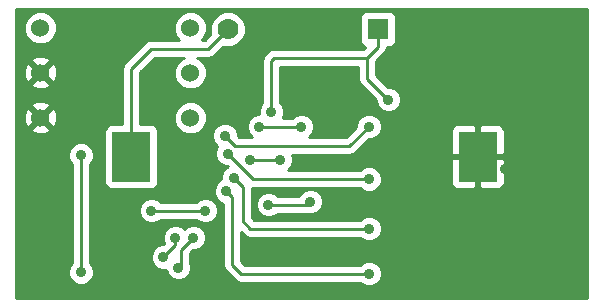
<source format=gbl>
G04 (created by PCBNEW (2013-07-07 BZR 4022)-stable) date 31/01/2014 7:15:20 p.m.*
%MOIN*%
G04 Gerber Fmt 3.4, Leading zero omitted, Abs format*
%FSLAX34Y34*%
G01*
G70*
G90*
G04 APERTURE LIST*
%ADD10C,0.00590551*%
%ADD11C,0.06*%
%ADD12C,0.07*%
%ADD13R,0.07X0.07*%
%ADD14R,0.129921X0.165354*%
%ADD15C,0.035*%
%ADD16C,0.01*%
G04 APERTURE END LIST*
G54D10*
G54D11*
X67900Y-47600D03*
X62900Y-47600D03*
X62900Y-46100D03*
X67900Y-46100D03*
X62900Y-49100D03*
X67900Y-49100D03*
G54D12*
X69150Y-46150D03*
G54D13*
X74150Y-46150D03*
G54D14*
X77467Y-50400D03*
X65932Y-50400D03*
G54D15*
X79700Y-46800D03*
X77400Y-46800D03*
X78400Y-49300D03*
X78400Y-50800D03*
X78400Y-53800D03*
X78400Y-52300D03*
X67800Y-50200D03*
X72300Y-52300D03*
X72200Y-50500D03*
X72600Y-49600D03*
X71750Y-53750D03*
X65750Y-52250D03*
X73850Y-54300D03*
X69100Y-51550D03*
X73850Y-52800D03*
X69350Y-51100D03*
X73850Y-51150D03*
X69150Y-50300D03*
X73850Y-49400D03*
X69050Y-49700D03*
X67400Y-53100D03*
X67000Y-53750D03*
X70200Y-49400D03*
X71600Y-49400D03*
X70500Y-52000D03*
X71900Y-51900D03*
X64250Y-50350D03*
X64250Y-54250D03*
X74500Y-48500D03*
X70600Y-48900D03*
X67500Y-54100D03*
X68000Y-53100D03*
X68400Y-52200D03*
X66600Y-52200D03*
X70900Y-50500D03*
X69900Y-50500D03*
G54D16*
X72300Y-50400D02*
X74700Y-50400D01*
X72200Y-50500D02*
X72300Y-50400D01*
X69600Y-54300D02*
X73850Y-54300D01*
X69300Y-54000D02*
X69600Y-54300D01*
X69300Y-51750D02*
X69300Y-54000D01*
X69100Y-51550D02*
X69300Y-51750D01*
X69900Y-52800D02*
X73850Y-52800D01*
X69650Y-52550D02*
X69900Y-52800D01*
X69650Y-51400D02*
X69650Y-52550D01*
X69350Y-51100D02*
X69650Y-51400D01*
X70000Y-51150D02*
X73850Y-51150D01*
X69150Y-50300D02*
X70000Y-51150D01*
X73200Y-50050D02*
X73850Y-49400D01*
X69400Y-50050D02*
X73200Y-50050D01*
X69050Y-49700D02*
X69400Y-50050D01*
X67400Y-53350D02*
X67400Y-53100D01*
X67000Y-53750D02*
X67400Y-53350D01*
X71600Y-49400D02*
X70200Y-49400D01*
X65932Y-50400D02*
X65932Y-47467D01*
X68500Y-46800D02*
X69150Y-46150D01*
X66600Y-46800D02*
X68500Y-46800D01*
X65932Y-47467D02*
X66600Y-46800D01*
X71800Y-52000D02*
X70500Y-52000D01*
X71900Y-51900D02*
X71800Y-52000D01*
X64250Y-54250D02*
X64250Y-50350D01*
X73800Y-47800D02*
X73800Y-47100D01*
X74500Y-48500D02*
X73800Y-47800D01*
X74150Y-46750D02*
X74150Y-46150D01*
X73800Y-47100D02*
X74150Y-46750D01*
X70700Y-47100D02*
X73800Y-47100D01*
X70600Y-47200D02*
X70700Y-47100D01*
X70600Y-48900D02*
X70600Y-47200D01*
X67600Y-54000D02*
X67500Y-54100D01*
X67600Y-53500D02*
X67600Y-54000D01*
X68000Y-53100D02*
X67600Y-53500D01*
X66600Y-52200D02*
X68400Y-52200D01*
X69900Y-50500D02*
X70900Y-50500D01*
G54D10*
G36*
X81120Y-55120D02*
X78367Y-55120D01*
X78367Y-51177D01*
X78367Y-49622D01*
X78367Y-49523D01*
X78329Y-49431D01*
X78258Y-49361D01*
X78166Y-49323D01*
X77580Y-49323D01*
X77517Y-49385D01*
X77517Y-50350D01*
X78304Y-50350D01*
X78367Y-50287D01*
X78367Y-49622D01*
X78367Y-51177D01*
X78367Y-50512D01*
X78304Y-50450D01*
X77517Y-50450D01*
X77517Y-51414D01*
X77580Y-51476D01*
X78166Y-51476D01*
X78258Y-51438D01*
X78329Y-51368D01*
X78367Y-51276D01*
X78367Y-51177D01*
X78367Y-55120D01*
X77417Y-55120D01*
X77417Y-51414D01*
X77417Y-50450D01*
X77417Y-50350D01*
X77417Y-49385D01*
X77355Y-49323D01*
X76768Y-49323D01*
X76676Y-49361D01*
X76606Y-49431D01*
X76568Y-49523D01*
X76568Y-49622D01*
X76568Y-50287D01*
X76630Y-50350D01*
X77417Y-50350D01*
X77417Y-50450D01*
X76630Y-50450D01*
X76568Y-50512D01*
X76568Y-51177D01*
X76568Y-51276D01*
X76606Y-51368D01*
X76676Y-51438D01*
X76768Y-51476D01*
X77355Y-51476D01*
X77417Y-51414D01*
X77417Y-55120D01*
X74925Y-55120D01*
X74925Y-48415D01*
X74860Y-48259D01*
X74741Y-48139D01*
X74584Y-48075D01*
X74499Y-48074D01*
X74100Y-47675D01*
X74100Y-47224D01*
X74362Y-46962D01*
X74362Y-46962D01*
X74427Y-46864D01*
X74449Y-46750D01*
X74449Y-46750D01*
X74549Y-46750D01*
X74641Y-46712D01*
X74711Y-46641D01*
X74749Y-46549D01*
X74750Y-46450D01*
X74750Y-45750D01*
X74712Y-45658D01*
X74641Y-45588D01*
X74549Y-45550D01*
X74450Y-45549D01*
X73750Y-45549D01*
X73658Y-45587D01*
X73588Y-45658D01*
X73550Y-45750D01*
X73549Y-45849D01*
X73549Y-46549D01*
X73587Y-46641D01*
X73658Y-46711D01*
X73732Y-46742D01*
X73675Y-46800D01*
X70700Y-46800D01*
X70585Y-46822D01*
X70487Y-46887D01*
X70387Y-46987D01*
X70322Y-47085D01*
X70300Y-47200D01*
X70300Y-48598D01*
X70239Y-48658D01*
X70175Y-48815D01*
X70174Y-48974D01*
X70115Y-48974D01*
X69959Y-49039D01*
X69839Y-49158D01*
X69775Y-49315D01*
X69774Y-49484D01*
X69839Y-49640D01*
X69948Y-49750D01*
X69750Y-49750D01*
X69750Y-46031D01*
X69658Y-45810D01*
X69490Y-45641D01*
X69269Y-45550D01*
X69031Y-45549D01*
X68810Y-45641D01*
X68641Y-45809D01*
X68550Y-46030D01*
X68549Y-46268D01*
X68566Y-46309D01*
X68375Y-46500D01*
X68277Y-46500D01*
X68365Y-46411D01*
X68449Y-46209D01*
X68450Y-45991D01*
X68366Y-45788D01*
X68211Y-45634D01*
X68009Y-45550D01*
X67791Y-45549D01*
X67588Y-45633D01*
X67434Y-45788D01*
X67350Y-45990D01*
X67349Y-46208D01*
X67433Y-46411D01*
X67522Y-46500D01*
X66600Y-46500D01*
X66485Y-46522D01*
X66387Y-46587D01*
X65720Y-47255D01*
X65655Y-47352D01*
X65632Y-47467D01*
X65632Y-49323D01*
X65233Y-49323D01*
X65141Y-49361D01*
X65070Y-49431D01*
X65032Y-49523D01*
X65032Y-49622D01*
X65032Y-51276D01*
X65070Y-51368D01*
X65140Y-51438D01*
X65232Y-51476D01*
X65332Y-51476D01*
X66631Y-51476D01*
X66723Y-51438D01*
X66793Y-51368D01*
X66831Y-51276D01*
X66831Y-51177D01*
X66831Y-49523D01*
X66793Y-49431D01*
X66723Y-49361D01*
X66631Y-49323D01*
X66532Y-49323D01*
X66232Y-49323D01*
X66232Y-47591D01*
X66724Y-47100D01*
X67669Y-47100D01*
X67588Y-47133D01*
X67434Y-47288D01*
X67350Y-47490D01*
X67349Y-47708D01*
X67433Y-47911D01*
X67588Y-48065D01*
X67790Y-48149D01*
X68008Y-48150D01*
X68211Y-48066D01*
X68365Y-47911D01*
X68449Y-47709D01*
X68450Y-47491D01*
X68366Y-47288D01*
X68211Y-47134D01*
X68130Y-47100D01*
X68500Y-47100D01*
X68500Y-47099D01*
X68614Y-47077D01*
X68614Y-47077D01*
X68712Y-47012D01*
X68990Y-46733D01*
X69030Y-46749D01*
X69268Y-46750D01*
X69489Y-46658D01*
X69658Y-46490D01*
X69749Y-46269D01*
X69750Y-46031D01*
X69750Y-49750D01*
X69524Y-49750D01*
X69474Y-49700D01*
X69475Y-49615D01*
X69410Y-49459D01*
X69291Y-49339D01*
X69134Y-49275D01*
X68965Y-49274D01*
X68809Y-49339D01*
X68689Y-49458D01*
X68625Y-49615D01*
X68624Y-49784D01*
X68689Y-49940D01*
X68798Y-50049D01*
X68789Y-50058D01*
X68725Y-50215D01*
X68724Y-50384D01*
X68789Y-50540D01*
X68908Y-50660D01*
X69065Y-50724D01*
X69144Y-50724D01*
X69109Y-50739D01*
X68989Y-50858D01*
X68925Y-51015D01*
X68924Y-51162D01*
X68859Y-51189D01*
X68739Y-51308D01*
X68675Y-51465D01*
X68674Y-51634D01*
X68739Y-51790D01*
X68858Y-51910D01*
X69000Y-51968D01*
X69000Y-54000D01*
X69022Y-54114D01*
X69087Y-54212D01*
X69387Y-54512D01*
X69387Y-54512D01*
X69485Y-54577D01*
X69599Y-54599D01*
X69600Y-54600D01*
X73548Y-54600D01*
X73608Y-54660D01*
X73765Y-54724D01*
X73934Y-54725D01*
X74090Y-54660D01*
X74210Y-54541D01*
X74274Y-54384D01*
X74275Y-54215D01*
X74210Y-54059D01*
X74091Y-53939D01*
X73934Y-53875D01*
X73765Y-53874D01*
X73609Y-53939D01*
X73548Y-54000D01*
X69724Y-54000D01*
X69600Y-53875D01*
X69600Y-52924D01*
X69687Y-53012D01*
X69687Y-53012D01*
X69785Y-53077D01*
X69900Y-53100D01*
X73548Y-53100D01*
X73608Y-53160D01*
X73765Y-53224D01*
X73934Y-53225D01*
X74090Y-53160D01*
X74210Y-53041D01*
X74274Y-52884D01*
X74275Y-52715D01*
X74210Y-52559D01*
X74091Y-52439D01*
X73934Y-52375D01*
X73765Y-52374D01*
X73609Y-52439D01*
X73548Y-52500D01*
X72325Y-52500D01*
X72325Y-51815D01*
X72260Y-51659D01*
X72141Y-51539D01*
X71984Y-51475D01*
X71815Y-51474D01*
X71659Y-51539D01*
X71539Y-51658D01*
X71522Y-51700D01*
X70801Y-51700D01*
X70741Y-51639D01*
X70584Y-51575D01*
X70415Y-51574D01*
X70259Y-51639D01*
X70139Y-51758D01*
X70075Y-51915D01*
X70074Y-52084D01*
X70139Y-52240D01*
X70258Y-52360D01*
X70415Y-52424D01*
X70584Y-52425D01*
X70740Y-52360D01*
X70801Y-52300D01*
X71755Y-52300D01*
X71815Y-52324D01*
X71984Y-52325D01*
X72140Y-52260D01*
X72260Y-52141D01*
X72324Y-51984D01*
X72325Y-51815D01*
X72325Y-52500D01*
X70024Y-52500D01*
X69950Y-52425D01*
X69950Y-51440D01*
X70000Y-51450D01*
X73548Y-51450D01*
X73608Y-51510D01*
X73765Y-51574D01*
X73934Y-51575D01*
X74090Y-51510D01*
X74210Y-51391D01*
X74274Y-51234D01*
X74275Y-51065D01*
X74210Y-50909D01*
X74091Y-50789D01*
X73934Y-50725D01*
X73765Y-50724D01*
X73609Y-50789D01*
X73548Y-50850D01*
X71150Y-50850D01*
X71260Y-50741D01*
X71324Y-50584D01*
X71325Y-50415D01*
X71297Y-50350D01*
X73200Y-50350D01*
X73200Y-50349D01*
X73314Y-50327D01*
X73314Y-50327D01*
X73412Y-50262D01*
X73849Y-49824D01*
X73934Y-49825D01*
X74090Y-49760D01*
X74210Y-49641D01*
X74274Y-49484D01*
X74275Y-49315D01*
X74210Y-49159D01*
X74091Y-49039D01*
X73934Y-48975D01*
X73765Y-48974D01*
X73609Y-49039D01*
X73489Y-49158D01*
X73425Y-49315D01*
X73424Y-49400D01*
X73075Y-49750D01*
X71850Y-49750D01*
X71960Y-49641D01*
X72024Y-49484D01*
X72025Y-49315D01*
X71960Y-49159D01*
X71841Y-49039D01*
X71684Y-48975D01*
X71515Y-48974D01*
X71359Y-49039D01*
X71298Y-49100D01*
X70977Y-49100D01*
X71024Y-48984D01*
X71025Y-48815D01*
X70960Y-48659D01*
X70900Y-48598D01*
X70900Y-47400D01*
X73500Y-47400D01*
X73500Y-47800D01*
X73522Y-47914D01*
X73587Y-48012D01*
X74075Y-48499D01*
X74074Y-48584D01*
X74139Y-48740D01*
X74258Y-48860D01*
X74415Y-48924D01*
X74584Y-48925D01*
X74740Y-48860D01*
X74860Y-48741D01*
X74924Y-48584D01*
X74925Y-48415D01*
X74925Y-55120D01*
X68825Y-55120D01*
X68825Y-52115D01*
X68760Y-51959D01*
X68641Y-51839D01*
X68484Y-51775D01*
X68450Y-51775D01*
X68450Y-48991D01*
X68366Y-48788D01*
X68211Y-48634D01*
X68009Y-48550D01*
X67791Y-48549D01*
X67588Y-48633D01*
X67434Y-48788D01*
X67350Y-48990D01*
X67349Y-49208D01*
X67433Y-49411D01*
X67588Y-49565D01*
X67790Y-49649D01*
X68008Y-49650D01*
X68211Y-49566D01*
X68365Y-49411D01*
X68449Y-49209D01*
X68450Y-48991D01*
X68450Y-51775D01*
X68315Y-51774D01*
X68159Y-51839D01*
X68098Y-51900D01*
X66901Y-51900D01*
X66841Y-51839D01*
X66684Y-51775D01*
X66515Y-51774D01*
X66359Y-51839D01*
X66239Y-51958D01*
X66175Y-52115D01*
X66174Y-52284D01*
X66239Y-52440D01*
X66358Y-52560D01*
X66515Y-52624D01*
X66684Y-52625D01*
X66840Y-52560D01*
X66901Y-52500D01*
X68098Y-52500D01*
X68158Y-52560D01*
X68315Y-52624D01*
X68484Y-52625D01*
X68640Y-52560D01*
X68760Y-52441D01*
X68824Y-52284D01*
X68825Y-52115D01*
X68825Y-55120D01*
X68425Y-55120D01*
X68425Y-53015D01*
X68360Y-52859D01*
X68241Y-52739D01*
X68084Y-52675D01*
X67915Y-52674D01*
X67759Y-52739D01*
X67700Y-52798D01*
X67641Y-52739D01*
X67484Y-52675D01*
X67315Y-52674D01*
X67159Y-52739D01*
X67039Y-52858D01*
X66975Y-53015D01*
X66974Y-53184D01*
X67023Y-53302D01*
X67000Y-53325D01*
X66915Y-53324D01*
X66759Y-53389D01*
X66639Y-53508D01*
X66575Y-53665D01*
X66574Y-53834D01*
X66639Y-53990D01*
X66758Y-54110D01*
X66915Y-54174D01*
X67074Y-54175D01*
X67074Y-54184D01*
X67139Y-54340D01*
X67258Y-54460D01*
X67415Y-54524D01*
X67584Y-54525D01*
X67740Y-54460D01*
X67860Y-54341D01*
X67924Y-54184D01*
X67925Y-54015D01*
X67900Y-53955D01*
X67900Y-53624D01*
X67999Y-53524D01*
X68084Y-53525D01*
X68240Y-53460D01*
X68360Y-53341D01*
X68424Y-53184D01*
X68425Y-53015D01*
X68425Y-55120D01*
X64675Y-55120D01*
X64675Y-54165D01*
X64610Y-54009D01*
X64550Y-53948D01*
X64550Y-50651D01*
X64610Y-50591D01*
X64674Y-50434D01*
X64675Y-50265D01*
X64610Y-50109D01*
X64491Y-49989D01*
X64334Y-49925D01*
X64165Y-49924D01*
X64009Y-49989D01*
X63889Y-50108D01*
X63825Y-50265D01*
X63824Y-50434D01*
X63889Y-50590D01*
X63950Y-50651D01*
X63950Y-53948D01*
X63889Y-54008D01*
X63825Y-54165D01*
X63824Y-54334D01*
X63889Y-54490D01*
X64008Y-54610D01*
X64165Y-54674D01*
X64334Y-54675D01*
X64490Y-54610D01*
X64610Y-54491D01*
X64674Y-54334D01*
X64675Y-54165D01*
X64675Y-55120D01*
X63454Y-55120D01*
X63454Y-49181D01*
X63454Y-47681D01*
X63450Y-47588D01*
X63450Y-45991D01*
X63366Y-45788D01*
X63211Y-45634D01*
X63009Y-45550D01*
X62791Y-45549D01*
X62588Y-45633D01*
X62434Y-45788D01*
X62350Y-45990D01*
X62349Y-46208D01*
X62433Y-46411D01*
X62588Y-46565D01*
X62790Y-46649D01*
X63008Y-46650D01*
X63211Y-46566D01*
X63365Y-46411D01*
X63449Y-46209D01*
X63450Y-45991D01*
X63450Y-47588D01*
X63443Y-47463D01*
X63381Y-47312D01*
X63285Y-47284D01*
X63215Y-47355D01*
X63215Y-47214D01*
X63187Y-47118D01*
X62981Y-47045D01*
X62763Y-47056D01*
X62612Y-47118D01*
X62584Y-47214D01*
X62900Y-47529D01*
X63215Y-47214D01*
X63215Y-47355D01*
X62970Y-47600D01*
X63285Y-47915D01*
X63381Y-47887D01*
X63454Y-47681D01*
X63454Y-49181D01*
X63443Y-48963D01*
X63381Y-48812D01*
X63285Y-48784D01*
X63215Y-48855D01*
X63215Y-48714D01*
X63215Y-47985D01*
X62900Y-47670D01*
X62829Y-47741D01*
X62829Y-47600D01*
X62514Y-47284D01*
X62418Y-47312D01*
X62345Y-47518D01*
X62356Y-47736D01*
X62418Y-47887D01*
X62514Y-47915D01*
X62829Y-47600D01*
X62829Y-47741D01*
X62584Y-47985D01*
X62612Y-48081D01*
X62818Y-48154D01*
X63036Y-48143D01*
X63187Y-48081D01*
X63215Y-47985D01*
X63215Y-48714D01*
X63187Y-48618D01*
X62981Y-48545D01*
X62763Y-48556D01*
X62612Y-48618D01*
X62584Y-48714D01*
X62900Y-49029D01*
X63215Y-48714D01*
X63215Y-48855D01*
X62970Y-49100D01*
X63285Y-49415D01*
X63381Y-49387D01*
X63454Y-49181D01*
X63454Y-55120D01*
X63215Y-55120D01*
X63215Y-49485D01*
X62900Y-49170D01*
X62829Y-49241D01*
X62829Y-49100D01*
X62514Y-48784D01*
X62418Y-48812D01*
X62345Y-49018D01*
X62356Y-49236D01*
X62418Y-49387D01*
X62514Y-49415D01*
X62829Y-49100D01*
X62829Y-49241D01*
X62584Y-49485D01*
X62612Y-49581D01*
X62818Y-49654D01*
X63036Y-49643D01*
X63187Y-49581D01*
X63215Y-49485D01*
X63215Y-55120D01*
X62079Y-55120D01*
X62079Y-45479D01*
X81120Y-45479D01*
X81120Y-55120D01*
X81120Y-55120D01*
G37*
G54D16*
X81120Y-55120D02*
X78367Y-55120D01*
X78367Y-51177D01*
X78367Y-49622D01*
X78367Y-49523D01*
X78329Y-49431D01*
X78258Y-49361D01*
X78166Y-49323D01*
X77580Y-49323D01*
X77517Y-49385D01*
X77517Y-50350D01*
X78304Y-50350D01*
X78367Y-50287D01*
X78367Y-49622D01*
X78367Y-51177D01*
X78367Y-50512D01*
X78304Y-50450D01*
X77517Y-50450D01*
X77517Y-51414D01*
X77580Y-51476D01*
X78166Y-51476D01*
X78258Y-51438D01*
X78329Y-51368D01*
X78367Y-51276D01*
X78367Y-51177D01*
X78367Y-55120D01*
X77417Y-55120D01*
X77417Y-51414D01*
X77417Y-50450D01*
X77417Y-50350D01*
X77417Y-49385D01*
X77355Y-49323D01*
X76768Y-49323D01*
X76676Y-49361D01*
X76606Y-49431D01*
X76568Y-49523D01*
X76568Y-49622D01*
X76568Y-50287D01*
X76630Y-50350D01*
X77417Y-50350D01*
X77417Y-50450D01*
X76630Y-50450D01*
X76568Y-50512D01*
X76568Y-51177D01*
X76568Y-51276D01*
X76606Y-51368D01*
X76676Y-51438D01*
X76768Y-51476D01*
X77355Y-51476D01*
X77417Y-51414D01*
X77417Y-55120D01*
X74925Y-55120D01*
X74925Y-48415D01*
X74860Y-48259D01*
X74741Y-48139D01*
X74584Y-48075D01*
X74499Y-48074D01*
X74100Y-47675D01*
X74100Y-47224D01*
X74362Y-46962D01*
X74362Y-46962D01*
X74427Y-46864D01*
X74449Y-46750D01*
X74449Y-46750D01*
X74549Y-46750D01*
X74641Y-46712D01*
X74711Y-46641D01*
X74749Y-46549D01*
X74750Y-46450D01*
X74750Y-45750D01*
X74712Y-45658D01*
X74641Y-45588D01*
X74549Y-45550D01*
X74450Y-45549D01*
X73750Y-45549D01*
X73658Y-45587D01*
X73588Y-45658D01*
X73550Y-45750D01*
X73549Y-45849D01*
X73549Y-46549D01*
X73587Y-46641D01*
X73658Y-46711D01*
X73732Y-46742D01*
X73675Y-46800D01*
X70700Y-46800D01*
X70585Y-46822D01*
X70487Y-46887D01*
X70387Y-46987D01*
X70322Y-47085D01*
X70300Y-47200D01*
X70300Y-48598D01*
X70239Y-48658D01*
X70175Y-48815D01*
X70174Y-48974D01*
X70115Y-48974D01*
X69959Y-49039D01*
X69839Y-49158D01*
X69775Y-49315D01*
X69774Y-49484D01*
X69839Y-49640D01*
X69948Y-49750D01*
X69750Y-49750D01*
X69750Y-46031D01*
X69658Y-45810D01*
X69490Y-45641D01*
X69269Y-45550D01*
X69031Y-45549D01*
X68810Y-45641D01*
X68641Y-45809D01*
X68550Y-46030D01*
X68549Y-46268D01*
X68566Y-46309D01*
X68375Y-46500D01*
X68277Y-46500D01*
X68365Y-46411D01*
X68449Y-46209D01*
X68450Y-45991D01*
X68366Y-45788D01*
X68211Y-45634D01*
X68009Y-45550D01*
X67791Y-45549D01*
X67588Y-45633D01*
X67434Y-45788D01*
X67350Y-45990D01*
X67349Y-46208D01*
X67433Y-46411D01*
X67522Y-46500D01*
X66600Y-46500D01*
X66485Y-46522D01*
X66387Y-46587D01*
X65720Y-47255D01*
X65655Y-47352D01*
X65632Y-47467D01*
X65632Y-49323D01*
X65233Y-49323D01*
X65141Y-49361D01*
X65070Y-49431D01*
X65032Y-49523D01*
X65032Y-49622D01*
X65032Y-51276D01*
X65070Y-51368D01*
X65140Y-51438D01*
X65232Y-51476D01*
X65332Y-51476D01*
X66631Y-51476D01*
X66723Y-51438D01*
X66793Y-51368D01*
X66831Y-51276D01*
X66831Y-51177D01*
X66831Y-49523D01*
X66793Y-49431D01*
X66723Y-49361D01*
X66631Y-49323D01*
X66532Y-49323D01*
X66232Y-49323D01*
X66232Y-47591D01*
X66724Y-47100D01*
X67669Y-47100D01*
X67588Y-47133D01*
X67434Y-47288D01*
X67350Y-47490D01*
X67349Y-47708D01*
X67433Y-47911D01*
X67588Y-48065D01*
X67790Y-48149D01*
X68008Y-48150D01*
X68211Y-48066D01*
X68365Y-47911D01*
X68449Y-47709D01*
X68450Y-47491D01*
X68366Y-47288D01*
X68211Y-47134D01*
X68130Y-47100D01*
X68500Y-47100D01*
X68500Y-47099D01*
X68614Y-47077D01*
X68614Y-47077D01*
X68712Y-47012D01*
X68990Y-46733D01*
X69030Y-46749D01*
X69268Y-46750D01*
X69489Y-46658D01*
X69658Y-46490D01*
X69749Y-46269D01*
X69750Y-46031D01*
X69750Y-49750D01*
X69524Y-49750D01*
X69474Y-49700D01*
X69475Y-49615D01*
X69410Y-49459D01*
X69291Y-49339D01*
X69134Y-49275D01*
X68965Y-49274D01*
X68809Y-49339D01*
X68689Y-49458D01*
X68625Y-49615D01*
X68624Y-49784D01*
X68689Y-49940D01*
X68798Y-50049D01*
X68789Y-50058D01*
X68725Y-50215D01*
X68724Y-50384D01*
X68789Y-50540D01*
X68908Y-50660D01*
X69065Y-50724D01*
X69144Y-50724D01*
X69109Y-50739D01*
X68989Y-50858D01*
X68925Y-51015D01*
X68924Y-51162D01*
X68859Y-51189D01*
X68739Y-51308D01*
X68675Y-51465D01*
X68674Y-51634D01*
X68739Y-51790D01*
X68858Y-51910D01*
X69000Y-51968D01*
X69000Y-54000D01*
X69022Y-54114D01*
X69087Y-54212D01*
X69387Y-54512D01*
X69387Y-54512D01*
X69485Y-54577D01*
X69599Y-54599D01*
X69600Y-54600D01*
X73548Y-54600D01*
X73608Y-54660D01*
X73765Y-54724D01*
X73934Y-54725D01*
X74090Y-54660D01*
X74210Y-54541D01*
X74274Y-54384D01*
X74275Y-54215D01*
X74210Y-54059D01*
X74091Y-53939D01*
X73934Y-53875D01*
X73765Y-53874D01*
X73609Y-53939D01*
X73548Y-54000D01*
X69724Y-54000D01*
X69600Y-53875D01*
X69600Y-52924D01*
X69687Y-53012D01*
X69687Y-53012D01*
X69785Y-53077D01*
X69900Y-53100D01*
X73548Y-53100D01*
X73608Y-53160D01*
X73765Y-53224D01*
X73934Y-53225D01*
X74090Y-53160D01*
X74210Y-53041D01*
X74274Y-52884D01*
X74275Y-52715D01*
X74210Y-52559D01*
X74091Y-52439D01*
X73934Y-52375D01*
X73765Y-52374D01*
X73609Y-52439D01*
X73548Y-52500D01*
X72325Y-52500D01*
X72325Y-51815D01*
X72260Y-51659D01*
X72141Y-51539D01*
X71984Y-51475D01*
X71815Y-51474D01*
X71659Y-51539D01*
X71539Y-51658D01*
X71522Y-51700D01*
X70801Y-51700D01*
X70741Y-51639D01*
X70584Y-51575D01*
X70415Y-51574D01*
X70259Y-51639D01*
X70139Y-51758D01*
X70075Y-51915D01*
X70074Y-52084D01*
X70139Y-52240D01*
X70258Y-52360D01*
X70415Y-52424D01*
X70584Y-52425D01*
X70740Y-52360D01*
X70801Y-52300D01*
X71755Y-52300D01*
X71815Y-52324D01*
X71984Y-52325D01*
X72140Y-52260D01*
X72260Y-52141D01*
X72324Y-51984D01*
X72325Y-51815D01*
X72325Y-52500D01*
X70024Y-52500D01*
X69950Y-52425D01*
X69950Y-51440D01*
X70000Y-51450D01*
X73548Y-51450D01*
X73608Y-51510D01*
X73765Y-51574D01*
X73934Y-51575D01*
X74090Y-51510D01*
X74210Y-51391D01*
X74274Y-51234D01*
X74275Y-51065D01*
X74210Y-50909D01*
X74091Y-50789D01*
X73934Y-50725D01*
X73765Y-50724D01*
X73609Y-50789D01*
X73548Y-50850D01*
X71150Y-50850D01*
X71260Y-50741D01*
X71324Y-50584D01*
X71325Y-50415D01*
X71297Y-50350D01*
X73200Y-50350D01*
X73200Y-50349D01*
X73314Y-50327D01*
X73314Y-50327D01*
X73412Y-50262D01*
X73849Y-49824D01*
X73934Y-49825D01*
X74090Y-49760D01*
X74210Y-49641D01*
X74274Y-49484D01*
X74275Y-49315D01*
X74210Y-49159D01*
X74091Y-49039D01*
X73934Y-48975D01*
X73765Y-48974D01*
X73609Y-49039D01*
X73489Y-49158D01*
X73425Y-49315D01*
X73424Y-49400D01*
X73075Y-49750D01*
X71850Y-49750D01*
X71960Y-49641D01*
X72024Y-49484D01*
X72025Y-49315D01*
X71960Y-49159D01*
X71841Y-49039D01*
X71684Y-48975D01*
X71515Y-48974D01*
X71359Y-49039D01*
X71298Y-49100D01*
X70977Y-49100D01*
X71024Y-48984D01*
X71025Y-48815D01*
X70960Y-48659D01*
X70900Y-48598D01*
X70900Y-47400D01*
X73500Y-47400D01*
X73500Y-47800D01*
X73522Y-47914D01*
X73587Y-48012D01*
X74075Y-48499D01*
X74074Y-48584D01*
X74139Y-48740D01*
X74258Y-48860D01*
X74415Y-48924D01*
X74584Y-48925D01*
X74740Y-48860D01*
X74860Y-48741D01*
X74924Y-48584D01*
X74925Y-48415D01*
X74925Y-55120D01*
X68825Y-55120D01*
X68825Y-52115D01*
X68760Y-51959D01*
X68641Y-51839D01*
X68484Y-51775D01*
X68450Y-51775D01*
X68450Y-48991D01*
X68366Y-48788D01*
X68211Y-48634D01*
X68009Y-48550D01*
X67791Y-48549D01*
X67588Y-48633D01*
X67434Y-48788D01*
X67350Y-48990D01*
X67349Y-49208D01*
X67433Y-49411D01*
X67588Y-49565D01*
X67790Y-49649D01*
X68008Y-49650D01*
X68211Y-49566D01*
X68365Y-49411D01*
X68449Y-49209D01*
X68450Y-48991D01*
X68450Y-51775D01*
X68315Y-51774D01*
X68159Y-51839D01*
X68098Y-51900D01*
X66901Y-51900D01*
X66841Y-51839D01*
X66684Y-51775D01*
X66515Y-51774D01*
X66359Y-51839D01*
X66239Y-51958D01*
X66175Y-52115D01*
X66174Y-52284D01*
X66239Y-52440D01*
X66358Y-52560D01*
X66515Y-52624D01*
X66684Y-52625D01*
X66840Y-52560D01*
X66901Y-52500D01*
X68098Y-52500D01*
X68158Y-52560D01*
X68315Y-52624D01*
X68484Y-52625D01*
X68640Y-52560D01*
X68760Y-52441D01*
X68824Y-52284D01*
X68825Y-52115D01*
X68825Y-55120D01*
X68425Y-55120D01*
X68425Y-53015D01*
X68360Y-52859D01*
X68241Y-52739D01*
X68084Y-52675D01*
X67915Y-52674D01*
X67759Y-52739D01*
X67700Y-52798D01*
X67641Y-52739D01*
X67484Y-52675D01*
X67315Y-52674D01*
X67159Y-52739D01*
X67039Y-52858D01*
X66975Y-53015D01*
X66974Y-53184D01*
X67023Y-53302D01*
X67000Y-53325D01*
X66915Y-53324D01*
X66759Y-53389D01*
X66639Y-53508D01*
X66575Y-53665D01*
X66574Y-53834D01*
X66639Y-53990D01*
X66758Y-54110D01*
X66915Y-54174D01*
X67074Y-54175D01*
X67074Y-54184D01*
X67139Y-54340D01*
X67258Y-54460D01*
X67415Y-54524D01*
X67584Y-54525D01*
X67740Y-54460D01*
X67860Y-54341D01*
X67924Y-54184D01*
X67925Y-54015D01*
X67900Y-53955D01*
X67900Y-53624D01*
X67999Y-53524D01*
X68084Y-53525D01*
X68240Y-53460D01*
X68360Y-53341D01*
X68424Y-53184D01*
X68425Y-53015D01*
X68425Y-55120D01*
X64675Y-55120D01*
X64675Y-54165D01*
X64610Y-54009D01*
X64550Y-53948D01*
X64550Y-50651D01*
X64610Y-50591D01*
X64674Y-50434D01*
X64675Y-50265D01*
X64610Y-50109D01*
X64491Y-49989D01*
X64334Y-49925D01*
X64165Y-49924D01*
X64009Y-49989D01*
X63889Y-50108D01*
X63825Y-50265D01*
X63824Y-50434D01*
X63889Y-50590D01*
X63950Y-50651D01*
X63950Y-53948D01*
X63889Y-54008D01*
X63825Y-54165D01*
X63824Y-54334D01*
X63889Y-54490D01*
X64008Y-54610D01*
X64165Y-54674D01*
X64334Y-54675D01*
X64490Y-54610D01*
X64610Y-54491D01*
X64674Y-54334D01*
X64675Y-54165D01*
X64675Y-55120D01*
X63454Y-55120D01*
X63454Y-49181D01*
X63454Y-47681D01*
X63450Y-47588D01*
X63450Y-45991D01*
X63366Y-45788D01*
X63211Y-45634D01*
X63009Y-45550D01*
X62791Y-45549D01*
X62588Y-45633D01*
X62434Y-45788D01*
X62350Y-45990D01*
X62349Y-46208D01*
X62433Y-46411D01*
X62588Y-46565D01*
X62790Y-46649D01*
X63008Y-46650D01*
X63211Y-46566D01*
X63365Y-46411D01*
X63449Y-46209D01*
X63450Y-45991D01*
X63450Y-47588D01*
X63443Y-47463D01*
X63381Y-47312D01*
X63285Y-47284D01*
X63215Y-47355D01*
X63215Y-47214D01*
X63187Y-47118D01*
X62981Y-47045D01*
X62763Y-47056D01*
X62612Y-47118D01*
X62584Y-47214D01*
X62900Y-47529D01*
X63215Y-47214D01*
X63215Y-47355D01*
X62970Y-47600D01*
X63285Y-47915D01*
X63381Y-47887D01*
X63454Y-47681D01*
X63454Y-49181D01*
X63443Y-48963D01*
X63381Y-48812D01*
X63285Y-48784D01*
X63215Y-48855D01*
X63215Y-48714D01*
X63215Y-47985D01*
X62900Y-47670D01*
X62829Y-47741D01*
X62829Y-47600D01*
X62514Y-47284D01*
X62418Y-47312D01*
X62345Y-47518D01*
X62356Y-47736D01*
X62418Y-47887D01*
X62514Y-47915D01*
X62829Y-47600D01*
X62829Y-47741D01*
X62584Y-47985D01*
X62612Y-48081D01*
X62818Y-48154D01*
X63036Y-48143D01*
X63187Y-48081D01*
X63215Y-47985D01*
X63215Y-48714D01*
X63187Y-48618D01*
X62981Y-48545D01*
X62763Y-48556D01*
X62612Y-48618D01*
X62584Y-48714D01*
X62900Y-49029D01*
X63215Y-48714D01*
X63215Y-48855D01*
X62970Y-49100D01*
X63285Y-49415D01*
X63381Y-49387D01*
X63454Y-49181D01*
X63454Y-55120D01*
X63215Y-55120D01*
X63215Y-49485D01*
X62900Y-49170D01*
X62829Y-49241D01*
X62829Y-49100D01*
X62514Y-48784D01*
X62418Y-48812D01*
X62345Y-49018D01*
X62356Y-49236D01*
X62418Y-49387D01*
X62514Y-49415D01*
X62829Y-49100D01*
X62829Y-49241D01*
X62584Y-49485D01*
X62612Y-49581D01*
X62818Y-49654D01*
X63036Y-49643D01*
X63187Y-49581D01*
X63215Y-49485D01*
X63215Y-55120D01*
X62079Y-55120D01*
X62079Y-45479D01*
X81120Y-45479D01*
X81120Y-55120D01*
M02*

</source>
